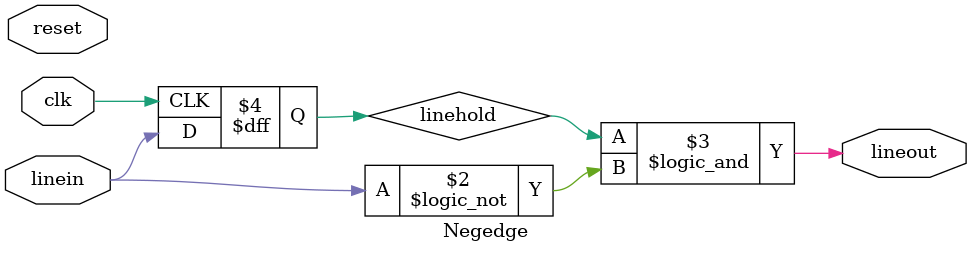
<source format=v>
module Negedge(
	linein,
	lineout,
	reset,
	clk
);
	`include "definition/Definition.v"
	input						linein;
	output						lineout;
			reg					linehold;
	input						reset;
	input						clk;
	always @(posedge clk) begin
		linehold	<= linein;
	end
	assign lineout = ((linehold) && (!linein));
endmodule
</source>
